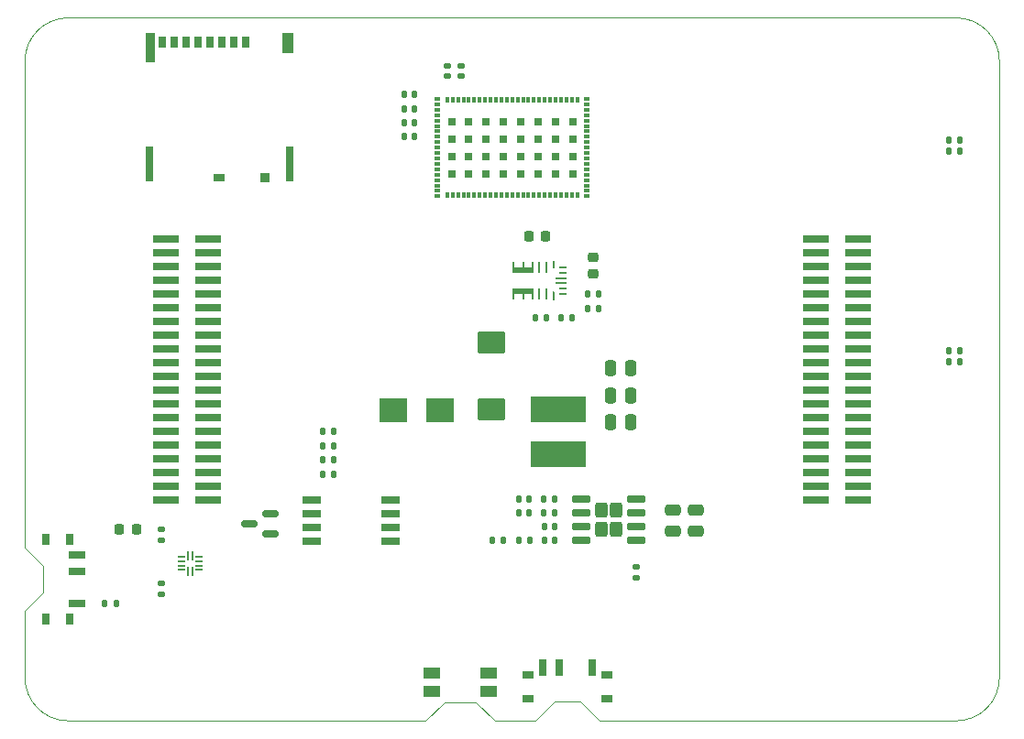
<source format=gbp>
G04 #@! TF.GenerationSoftware,KiCad,Pcbnew,(5.99.0-10720-gd84fcd89f1)*
G04 #@! TF.CreationDate,2021-06-08T11:49:25-04:00*
G04 #@! TF.ProjectId,FlySensei_Stack_RPi_ECAD,466c7953-656e-4736-9569-5f537461636b,0.1*
G04 #@! TF.SameCoordinates,Original*
G04 #@! TF.FileFunction,Paste,Bot*
G04 #@! TF.FilePolarity,Positive*
%FSLAX46Y46*%
G04 Gerber Fmt 4.6, Leading zero omitted, Abs format (unit mm)*
G04 Created by KiCad (PCBNEW (5.99.0-10720-gd84fcd89f1)) date 2021-06-08 11:49:25*
%MOMM*%
%LPD*%
G01*
G04 APERTURE LIST*
G04 Aperture macros list*
%AMRoundRect*
0 Rectangle with rounded corners*
0 $1 Rounding radius*
0 $2 $3 $4 $5 $6 $7 $8 $9 X,Y pos of 4 corners*
0 Add a 4 corners polygon primitive as box body*
4,1,4,$2,$3,$4,$5,$6,$7,$8,$9,$2,$3,0*
0 Add four circle primitives for the rounded corners*
1,1,$1+$1,$2,$3*
1,1,$1+$1,$4,$5*
1,1,$1+$1,$6,$7*
1,1,$1+$1,$8,$9*
0 Add four rect primitives between the rounded corners*
20,1,$1+$1,$2,$3,$4,$5,0*
20,1,$1+$1,$4,$5,$6,$7,0*
20,1,$1+$1,$6,$7,$8,$9,0*
20,1,$1+$1,$8,$9,$2,$3,0*%
%AMOutline5P*
0 Free polygon, 5 corners , with rotation*
0 The origin of the aperture is its center*
0 number of corners: always 8*
0 $1 to $10 corner X, Y*
0 $11 Rotation angle, in degrees counterclockwise*
0 create outline with 8 corners*
4,1,5,$1,$2,$3,$4,$5,$6,$7,$8,$9,$10,$1,$2,$11*%
%AMOutline6P*
0 Free polygon, 6 corners , with rotation*
0 The origin of the aperture is its center*
0 number of corners: always 6*
0 $1 to $12 corner X, Y*
0 $13 Rotation angle, in degrees counterclockwise*
0 create outline with 6 corners*
4,1,6,$1,$2,$3,$4,$5,$6,$7,$8,$9,$10,$11,$12,$1,$2,$13*%
%AMOutline7P*
0 Free polygon, 7 corners , with rotation*
0 The origin of the aperture is its center*
0 number of corners: always 7*
0 $1 to $14 corner X, Y*
0 $15 Rotation angle, in degrees counterclockwise*
0 create outline with 7 corners*
4,1,7,$1,$2,$3,$4,$5,$6,$7,$8,$9,$10,$11,$12,$13,$14,$1,$2,$15*%
%AMOutline8P*
0 Free polygon, 8 corners , with rotation*
0 The origin of the aperture is its center*
0 number of corners: always 8*
0 $1 to $16 corner X, Y*
0 $17 Rotation angle, in degrees counterclockwise*
0 create outline with 8 corners*
4,1,8,$1,$2,$3,$4,$5,$6,$7,$8,$9,$10,$11,$12,$13,$14,$15,$16,$1,$2,$17*%
G04 Aperture macros list end*
G04 #@! TA.AperFunction,Profile*
%ADD10C,0.100000*%
G04 #@! TD*
%ADD11RoundRect,0.140000X0.140000X0.170000X-0.140000X0.170000X-0.140000X-0.170000X0.140000X-0.170000X0*%
%ADD12RoundRect,0.250000X1.025000X-0.787500X1.025000X0.787500X-1.025000X0.787500X-1.025000X-0.787500X0*%
%ADD13RoundRect,0.050000X0.050000X-0.375000X0.050000X0.375000X-0.050000X0.375000X-0.050000X-0.375000X0*%
%ADD14RoundRect,0.050000X0.275000X-0.050000X0.275000X0.050000X-0.275000X0.050000X-0.275000X-0.050000X0*%
%ADD15RoundRect,0.140000X-0.140000X-0.170000X0.140000X-0.170000X0.140000X0.170000X-0.140000X0.170000X0*%
%ADD16RoundRect,0.135000X0.185000X-0.135000X0.185000X0.135000X-0.185000X0.135000X-0.185000X-0.135000X0*%
%ADD17RoundRect,0.135000X0.135000X0.185000X-0.135000X0.185000X-0.135000X-0.185000X0.135000X-0.185000X0*%
%ADD18R,1.000000X0.800000*%
%ADD19R,0.700000X1.500000*%
%ADD20R,2.500000X2.300000*%
%ADD21R,1.700000X0.650000*%
%ADD22RoundRect,0.225000X0.250000X-0.225000X0.250000X0.225000X-0.250000X0.225000X-0.250000X-0.225000X0*%
%ADD23RoundRect,0.250000X0.315000X0.460000X-0.315000X0.460000X-0.315000X-0.460000X0.315000X-0.460000X0*%
%ADD24RoundRect,0.150000X0.737500X0.150000X-0.737500X0.150000X-0.737500X-0.150000X0.737500X-0.150000X0*%
%ADD25RoundRect,0.250000X-0.475000X0.250000X-0.475000X-0.250000X0.475000X-0.250000X0.475000X0.250000X0*%
%ADD26R,2.400000X0.740000*%
%ADD27R,0.600000X0.300000*%
%ADD28R,0.300000X0.600000*%
%ADD29R,0.800000X0.800000*%
%ADD30R,0.700000X1.100000*%
%ADD31R,0.900000X0.930000*%
%ADD32R,1.050000X0.780000*%
%ADD33R,0.700000X3.330000*%
%ADD34R,0.860000X2.800000*%
%ADD35R,1.140000X1.830000*%
%ADD36RoundRect,0.250000X-0.250000X-0.475000X0.250000X-0.475000X0.250000X0.475000X-0.250000X0.475000X0*%
%ADD37Outline5P,0.275000X-0.125000X-0.400000X-0.125000X-0.400000X0.125000X0.400000X0.125000X0.400000X0.000000X90.000000*%
%ADD38R,0.250000X1.100000*%
%ADD39R,1.950000X0.600000*%
%ADD40R,0.250000X0.700000*%
%ADD41R,0.700000X0.250000*%
%ADD42R,1.100000X0.250000*%
%ADD43RoundRect,0.135000X-0.135000X-0.185000X0.135000X-0.185000X0.135000X0.185000X-0.135000X0.185000X0*%
%ADD44RoundRect,0.225000X-0.225000X-0.250000X0.225000X-0.250000X0.225000X0.250000X-0.225000X0.250000X0*%
%ADD45R,1.550000X1.000000*%
%ADD46RoundRect,0.140000X0.170000X-0.140000X0.170000X0.140000X-0.170000X0.140000X-0.170000X-0.140000X0*%
%ADD47RoundRect,0.150000X0.587500X0.150000X-0.587500X0.150000X-0.587500X-0.150000X0.587500X-0.150000X0*%
%ADD48RoundRect,0.140000X-0.170000X0.140000X-0.170000X-0.140000X0.170000X-0.140000X0.170000X0.140000X0*%
%ADD49R,5.100000X2.350000*%
%ADD50RoundRect,0.225000X0.225000X0.250000X-0.225000X0.250000X-0.225000X-0.250000X0.225000X-0.250000X0*%
%ADD51R,0.800000X1.000000*%
%ADD52R,1.500000X0.700000*%
G04 APERTURE END LIST*
D10*
X128750000Y-128250000D02*
X131650000Y-128250000D01*
X138900000Y-128200000D02*
X137100000Y-130000000D01*
X131650000Y-128250000D02*
X133400000Y-130000000D01*
X91700000Y-118100000D02*
X90000000Y-119800000D01*
X91700000Y-115700000D02*
X90000000Y-114000000D01*
X90000000Y-119800000D02*
X90000000Y-126000000D01*
X127000000Y-130000000D02*
X94000000Y-130000000D01*
X180000000Y-69000000D02*
X180000000Y-126000000D01*
X180000000Y-69000000D02*
G75*
G03*
X176000000Y-65000000I-4000000J0D01*
G01*
X94000000Y-65000000D02*
X176000000Y-65000000D01*
X128750000Y-128250000D02*
X127000000Y-130000000D01*
X138900000Y-128200000D02*
X141300000Y-128200000D01*
X90000000Y-126000000D02*
G75*
G03*
X94000000Y-130000000I4000000J0D01*
G01*
X94000000Y-65000000D02*
G75*
G03*
X90000000Y-69000000I0J-4000000D01*
G01*
X176000000Y-130000000D02*
G75*
G03*
X180000000Y-126000000I0J4000000D01*
G01*
X91700000Y-115700000D02*
X91700000Y-118100000D01*
X141300000Y-128200000D02*
X143100000Y-130000000D01*
X90000000Y-114000000D02*
X90000000Y-69000000D01*
X133400000Y-130000000D02*
X137100000Y-130000000D01*
X143100000Y-130000000D02*
X176000000Y-130000000D01*
D11*
G04 #@! TO.C,C21*
X136580000Y-110750000D03*
X135620000Y-110750000D03*
G04 #@! TD*
D12*
G04 #@! TO.C,C18*
X133100000Y-101212500D03*
X133100000Y-94987500D03*
G04 #@! TD*
D13*
G04 #@! TO.C,U6*
X105449999Y-116174999D03*
X105049999Y-116174999D03*
D14*
X104424999Y-116049999D03*
X104424999Y-115649999D03*
X104424999Y-115249999D03*
X104424999Y-114849999D03*
D13*
X105049999Y-114724999D03*
X105449999Y-114724999D03*
D14*
X106074999Y-114849999D03*
X106074999Y-115249999D03*
X106074999Y-115649999D03*
X106074999Y-116049999D03*
G04 #@! TD*
D11*
G04 #@! TO.C,C20*
X138930000Y-112030000D03*
X137970000Y-112030000D03*
G04 #@! TD*
G04 #@! TO.C,C5*
X126000952Y-72100000D03*
X125040952Y-72100000D03*
G04 #@! TD*
D15*
G04 #@! TO.C,C4*
X117520000Y-107200000D03*
X118480000Y-107200000D03*
G04 #@! TD*
D16*
G04 #@! TO.C,R6*
X102600000Y-113310000D03*
X102600000Y-112290000D03*
G04 #@! TD*
D17*
G04 #@! TO.C,R8*
X138960000Y-109500000D03*
X137940000Y-109500000D03*
G04 #@! TD*
D11*
G04 #@! TO.C,C6*
X126000952Y-73400000D03*
X125040952Y-73400000D03*
G04 #@! TD*
D18*
G04 #@! TO.C,SW3*
X143750000Y-125745000D03*
X136450000Y-125745000D03*
X143750000Y-127955000D03*
X136450000Y-127955000D03*
D19*
X142350000Y-125095000D03*
X139350000Y-125095000D03*
X137850000Y-125095000D03*
G04 #@! TD*
D20*
G04 #@! TO.C,D6*
X124050000Y-101300000D03*
X128350000Y-101300000D03*
G04 #@! TD*
D21*
G04 #@! TO.C,U2*
X123750000Y-109595000D03*
X123750000Y-110865000D03*
X123750000Y-112135000D03*
X123750000Y-113405000D03*
X116450000Y-113405000D03*
X116450000Y-112135000D03*
X116450000Y-110865000D03*
X116450000Y-109595000D03*
G04 #@! TD*
D22*
G04 #@! TO.C,C16*
X142450000Y-88675000D03*
X142450000Y-87125000D03*
G04 #@! TD*
D23*
G04 #@! TO.C,U16*
X144580000Y-112250000D03*
X144580000Y-110550000D03*
X143220000Y-112250000D03*
X143220000Y-110550000D03*
D24*
X146462500Y-109495000D03*
X146462500Y-110765000D03*
X146462500Y-112035000D03*
X146462500Y-113305000D03*
X141337500Y-113305000D03*
X141337500Y-112035000D03*
X141337500Y-110765000D03*
X141337500Y-109495000D03*
G04 #@! TD*
D25*
G04 #@! TO.C,C13*
X152000000Y-110550000D03*
X152000000Y-112450000D03*
G04 #@! TD*
D26*
G04 #@! TO.C,J4*
X106950000Y-85435000D03*
X103050000Y-85435000D03*
X106950000Y-86705000D03*
X103050000Y-86705000D03*
X106950000Y-87975000D03*
X103050000Y-87975000D03*
X106950000Y-89245000D03*
X103050000Y-89245000D03*
X106950000Y-90515000D03*
X103050000Y-90515000D03*
X106950000Y-91785000D03*
X103050000Y-91785000D03*
X106950000Y-93055000D03*
X103050000Y-93055000D03*
X106950000Y-94325000D03*
X103050000Y-94325000D03*
X106950000Y-95595000D03*
X103050000Y-95595000D03*
X106950000Y-96865000D03*
X103050000Y-96865000D03*
X106950000Y-98135000D03*
X103050000Y-98135000D03*
X106950000Y-99405000D03*
X103050000Y-99405000D03*
X106950000Y-100675000D03*
X103050000Y-100675000D03*
X106950000Y-101945000D03*
X103050000Y-101945000D03*
X106950000Y-103215000D03*
X103050000Y-103215000D03*
X106950000Y-104485000D03*
X103050000Y-104485000D03*
X106950000Y-105755000D03*
X103050000Y-105755000D03*
X106950000Y-107025000D03*
X103050000Y-107025000D03*
X106950000Y-108295000D03*
X103050000Y-108295000D03*
X106950000Y-109565000D03*
X103050000Y-109565000D03*
G04 #@! TD*
D17*
G04 #@! TO.C,R16*
X176310000Y-77300000D03*
X175290000Y-77300000D03*
G04 #@! TD*
D26*
G04 #@! TO.C,J6*
X166950000Y-85435000D03*
X163050000Y-85435000D03*
X166950000Y-86705000D03*
X163050000Y-86705000D03*
X166950000Y-87975000D03*
X163050000Y-87975000D03*
X166950000Y-89245000D03*
X163050000Y-89245000D03*
X166950000Y-90515000D03*
X163050000Y-90515000D03*
X166950000Y-91785000D03*
X163050000Y-91785000D03*
X166950000Y-93055000D03*
X163050000Y-93055000D03*
X166950000Y-94325000D03*
X163050000Y-94325000D03*
X166950000Y-95595000D03*
X163050000Y-95595000D03*
X166950000Y-96865000D03*
X163050000Y-96865000D03*
X166950000Y-98135000D03*
X163050000Y-98135000D03*
X166950000Y-99405000D03*
X163050000Y-99405000D03*
X166950000Y-100675000D03*
X163050000Y-100675000D03*
X166950000Y-101945000D03*
X163050000Y-101945000D03*
X166950000Y-103215000D03*
X163050000Y-103215000D03*
X166950000Y-104485000D03*
X163050000Y-104485000D03*
X166950000Y-105755000D03*
X163050000Y-105755000D03*
X166950000Y-107025000D03*
X163050000Y-107025000D03*
X166950000Y-108295000D03*
X163050000Y-108295000D03*
X166950000Y-109565000D03*
X163050000Y-109565000D03*
G04 #@! TD*
D11*
G04 #@! TO.C,C8*
X126000952Y-76000000D03*
X125040952Y-76000000D03*
G04 #@! TD*
D27*
G04 #@! TO.C,U4*
X141900000Y-72500000D03*
X141900000Y-73000000D03*
X141900000Y-73500000D03*
X141900000Y-74000000D03*
X141900000Y-74500000D03*
X141900000Y-75000000D03*
X141900000Y-75500000D03*
X141900000Y-76000000D03*
X141900000Y-76500000D03*
X141900000Y-77000000D03*
X141900000Y-77500000D03*
X141900000Y-78000000D03*
X141900000Y-78500000D03*
X141900000Y-79000000D03*
X141900000Y-79500000D03*
X141900000Y-80000000D03*
X141900000Y-80500000D03*
X141900000Y-81000000D03*
X141900000Y-81500000D03*
D28*
X141000000Y-81400000D03*
X140500000Y-81400000D03*
X140000000Y-81400000D03*
X139500000Y-81400000D03*
X139000000Y-81400000D03*
X138500000Y-81400000D03*
X138000000Y-81400000D03*
X137500000Y-81400000D03*
X137000000Y-81400000D03*
X136500000Y-81400000D03*
X136000000Y-81400000D03*
X135500000Y-81400000D03*
X135000000Y-81400000D03*
X134500000Y-81400000D03*
X134000000Y-81400000D03*
X133500000Y-81400000D03*
X133000000Y-81400000D03*
X132500000Y-81400000D03*
X132000000Y-81400000D03*
X131500000Y-81400000D03*
X131000000Y-81400000D03*
X130500000Y-81400000D03*
X130000000Y-81400000D03*
X129500000Y-81400000D03*
X129000000Y-81400000D03*
D27*
X128100000Y-81500000D03*
X128100000Y-81000000D03*
X128100000Y-80500000D03*
X128100000Y-80000000D03*
X128100000Y-79500000D03*
X128100000Y-79000000D03*
X128100000Y-78500000D03*
X128100000Y-78000000D03*
X128100000Y-77500000D03*
X128100000Y-77000000D03*
X128100000Y-76500000D03*
X128100000Y-76000000D03*
X128100000Y-75500000D03*
X128100000Y-75000000D03*
X128100000Y-74500000D03*
X128100000Y-74000000D03*
X128100000Y-73500000D03*
X128100000Y-73000000D03*
X128100000Y-72500000D03*
D28*
X129000000Y-72600000D03*
X129500000Y-72600000D03*
X130000000Y-72600000D03*
X130500000Y-72600000D03*
X131000000Y-72600000D03*
X131500000Y-72600000D03*
X132000000Y-72600000D03*
X132500000Y-72600000D03*
X133000000Y-72600000D03*
X133500000Y-72600000D03*
X134000000Y-72600000D03*
X134500000Y-72600000D03*
X135000000Y-72600000D03*
X135500000Y-72600000D03*
X136000000Y-72600000D03*
X136500000Y-72600000D03*
X137000000Y-72600000D03*
X137500000Y-72600000D03*
X138000000Y-72600000D03*
X138500000Y-72600000D03*
X139000000Y-72600000D03*
X139500000Y-72600000D03*
X140000000Y-72600000D03*
X140500000Y-72600000D03*
X141000000Y-72600000D03*
D29*
X129400000Y-74600000D03*
X131000000Y-74600000D03*
X132600000Y-74600000D03*
X134200000Y-74600000D03*
X135800000Y-74600000D03*
X137400000Y-74600000D03*
X139000000Y-74600000D03*
X140600000Y-74600000D03*
X129400000Y-76200000D03*
X131000000Y-76200000D03*
X132600000Y-76200000D03*
X134200000Y-76200000D03*
X135800000Y-76200000D03*
X137400000Y-76200000D03*
X139000000Y-76200000D03*
X140600000Y-76200000D03*
X129400000Y-77800000D03*
X131000000Y-77800000D03*
X132600000Y-77800000D03*
X134200000Y-77800000D03*
X135800000Y-77800000D03*
X137400000Y-77800000D03*
X139000000Y-77800000D03*
X140600000Y-77800000D03*
X129400000Y-79400000D03*
X131000000Y-79400000D03*
X132600000Y-79400000D03*
X134200000Y-79400000D03*
X135800000Y-79400000D03*
X137400000Y-79400000D03*
X139000000Y-79400000D03*
X140600000Y-79400000D03*
G04 #@! TD*
D30*
G04 #@! TO.C,J10*
X110380000Y-67275000D03*
X109280000Y-67275000D03*
X108180000Y-67275000D03*
X107080000Y-67275000D03*
X105980000Y-67275000D03*
X104880000Y-67275000D03*
X103780000Y-67275000D03*
X102680000Y-67275000D03*
D31*
X112170000Y-79740000D03*
D32*
X107905000Y-79815000D03*
D33*
X101520000Y-78540000D03*
X114480000Y-78540000D03*
D34*
X101600000Y-67775000D03*
D35*
X114260000Y-67290000D03*
G04 #@! TD*
D36*
G04 #@! TO.C,C23*
X144050000Y-97400000D03*
X145950000Y-97400000D03*
G04 #@! TD*
D17*
G04 #@! TO.C,R13*
X134160000Y-113300000D03*
X133140000Y-113300000D03*
G04 #@! TD*
D36*
G04 #@! TO.C,C25*
X144050000Y-102400000D03*
X145950000Y-102400000D03*
G04 #@! TD*
D37*
G04 #@! TO.C,U7*
X138800000Y-90700000D03*
D38*
X138150000Y-90550000D03*
X137500000Y-90550000D03*
D39*
X136000000Y-90300000D03*
D38*
X136850000Y-90550000D03*
X136000000Y-90550000D03*
X135150000Y-90550000D03*
D39*
X136000000Y-88300000D03*
D38*
X135150000Y-88050000D03*
X136000000Y-88050000D03*
X136850000Y-88050000D03*
X137500000Y-88050000D03*
X138150000Y-88050000D03*
D40*
X138800000Y-87850000D03*
D41*
X139700000Y-88050000D03*
X139700000Y-88550000D03*
D42*
X139500000Y-89050000D03*
X139500000Y-89550000D03*
D41*
X139700000Y-90050000D03*
X139700000Y-90550000D03*
G04 #@! TD*
D17*
G04 #@! TO.C,R15*
X138170000Y-92700000D03*
X137150000Y-92700000D03*
G04 #@! TD*
D43*
G04 #@! TO.C,R10*
X141940000Y-91900000D03*
X142960000Y-91900000D03*
G04 #@! TD*
D15*
G04 #@! TO.C,C22*
X137970000Y-113300000D03*
X138930000Y-113300000D03*
G04 #@! TD*
D17*
G04 #@! TO.C,R12*
X136610000Y-113300000D03*
X135590000Y-113300000D03*
G04 #@! TD*
G04 #@! TO.C,R11*
X138960000Y-110750000D03*
X137940000Y-110750000D03*
G04 #@! TD*
D11*
G04 #@! TO.C,C15*
X136580000Y-109500000D03*
X135620000Y-109500000D03*
G04 #@! TD*
D44*
G04 #@! TO.C,C19*
X136525000Y-85200000D03*
X138075000Y-85200000D03*
G04 #@! TD*
D11*
G04 #@! TO.C,C7*
X126000952Y-74700000D03*
X125040952Y-74700000D03*
G04 #@! TD*
D45*
G04 #@! TO.C,SW1*
X127575000Y-127250000D03*
X132825000Y-127250000D03*
X132825000Y-125550000D03*
X127575000Y-125550000D03*
G04 #@! TD*
D15*
G04 #@! TO.C,C1*
X117520000Y-103240000D03*
X118480000Y-103240000D03*
G04 #@! TD*
D17*
G04 #@! TO.C,R17*
X176310000Y-76300000D03*
X175290000Y-76300000D03*
G04 #@! TD*
G04 #@! TO.C,R14*
X140560000Y-92700000D03*
X139540000Y-92700000D03*
G04 #@! TD*
D15*
G04 #@! TO.C,C3*
X117520000Y-105890000D03*
X118480000Y-105890000D03*
G04 #@! TD*
D46*
G04 #@! TO.C,C10*
X129000000Y-70380000D03*
X129000000Y-69420000D03*
G04 #@! TD*
D43*
G04 #@! TO.C,R5*
X97390000Y-119150000D03*
X98410000Y-119150000D03*
G04 #@! TD*
D17*
G04 #@! TO.C,R9*
X142960000Y-90500000D03*
X141940000Y-90500000D03*
G04 #@! TD*
G04 #@! TO.C,R19*
X176310000Y-95800000D03*
X175290000Y-95800000D03*
G04 #@! TD*
D16*
G04 #@! TO.C,R7*
X102600000Y-118310000D03*
X102600000Y-117290000D03*
G04 #@! TD*
D47*
G04 #@! TO.C,Q1*
X112637500Y-110850000D03*
X112637500Y-112750000D03*
X110762500Y-111800000D03*
G04 #@! TD*
D48*
G04 #@! TO.C,C17*
X146450000Y-115800000D03*
X146450000Y-116760000D03*
G04 #@! TD*
D46*
G04 #@! TO.C,C9*
X130300000Y-70380000D03*
X130300000Y-69420000D03*
G04 #@! TD*
D49*
G04 #@! TO.C,L1*
X139300000Y-105375000D03*
X139300000Y-101225000D03*
G04 #@! TD*
D50*
G04 #@! TO.C,C11*
X100275000Y-112300000D03*
X98725000Y-112300000D03*
G04 #@! TD*
D36*
G04 #@! TO.C,C24*
X144050000Y-99900000D03*
X145950000Y-99900000D03*
G04 #@! TD*
D17*
G04 #@! TO.C,R18*
X176310000Y-96800000D03*
X175290000Y-96800000D03*
G04 #@! TD*
D25*
G04 #@! TO.C,C14*
X149800000Y-110550000D03*
X149800000Y-112450000D03*
G04 #@! TD*
D51*
G04 #@! TO.C,SW2*
X91945000Y-120550000D03*
X91945000Y-113250000D03*
X94155000Y-120550000D03*
X94155000Y-113250000D03*
D52*
X94805000Y-119150000D03*
X94805000Y-116150000D03*
X94805000Y-114650000D03*
G04 #@! TD*
D15*
G04 #@! TO.C,C2*
X117520000Y-104590000D03*
X118480000Y-104590000D03*
G04 #@! TD*
M02*

</source>
